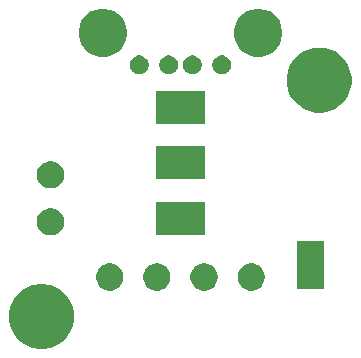
<source format=gbr>
G04 #@! TF.GenerationSoftware,KiCad,Pcbnew,(5.0.1)-3*
G04 #@! TF.CreationDate,2018-11-08T00:44:50+01:00*
G04 #@! TF.ProjectId,USB_switch,5553425F7377697463682E6B69636164,rev?*
G04 #@! TF.SameCoordinates,Original*
G04 #@! TF.FileFunction,Soldermask,Bot*
G04 #@! TF.FilePolarity,Negative*
%FSLAX46Y46*%
G04 Gerber Fmt 4.6, Leading zero omitted, Abs format (unit mm)*
G04 Created by KiCad (PCBNEW (5.0.1)-3) date 08-Nov-18 00:44:50*
%MOMM*%
%LPD*%
G01*
G04 APERTURE LIST*
%ADD10C,0.100000*%
G04 APERTURE END LIST*
D10*
G36*
X88786693Y-107301859D02*
X89052437Y-107354719D01*
X89553087Y-107562095D01*
X89780145Y-107713811D01*
X90003663Y-107863161D01*
X90386839Y-108246337D01*
X90386841Y-108246340D01*
X90687905Y-108696913D01*
X90895281Y-109197563D01*
X91001000Y-109729050D01*
X91001000Y-110270950D01*
X90895281Y-110802437D01*
X90687905Y-111303087D01*
X90388871Y-111750622D01*
X90386839Y-111753663D01*
X90003663Y-112136839D01*
X90003660Y-112136841D01*
X89553087Y-112437905D01*
X89052437Y-112645281D01*
X88786693Y-112698141D01*
X88520951Y-112751000D01*
X87979049Y-112751000D01*
X87713307Y-112698141D01*
X87447563Y-112645281D01*
X86946913Y-112437905D01*
X86496340Y-112136841D01*
X86496337Y-112136839D01*
X86113161Y-111753663D01*
X86111129Y-111750622D01*
X85812095Y-111303087D01*
X85604719Y-110802437D01*
X85499000Y-110270950D01*
X85499000Y-109729050D01*
X85604719Y-109197563D01*
X85812095Y-108696913D01*
X86113159Y-108246340D01*
X86113161Y-108246337D01*
X86496337Y-107863161D01*
X86719855Y-107713811D01*
X86946913Y-107562095D01*
X87447563Y-107354719D01*
X87713307Y-107301859D01*
X87979049Y-107249000D01*
X88520951Y-107249000D01*
X88786693Y-107301859D01*
X88786693Y-107301859D01*
G37*
G36*
X106335734Y-105556043D02*
X106545202Y-105642807D01*
X106733723Y-105768773D01*
X106894038Y-105929088D01*
X107020004Y-106117609D01*
X107106768Y-106327077D01*
X107151000Y-106549446D01*
X107151000Y-106776176D01*
X107106768Y-106998545D01*
X107020004Y-107208013D01*
X106894038Y-107396534D01*
X106733723Y-107556849D01*
X106545202Y-107682815D01*
X106335734Y-107769579D01*
X106113365Y-107813811D01*
X105886635Y-107813811D01*
X105664266Y-107769579D01*
X105454798Y-107682815D01*
X105266277Y-107556849D01*
X105105962Y-107396534D01*
X104979996Y-107208013D01*
X104893232Y-106998545D01*
X104849000Y-106776176D01*
X104849000Y-106549446D01*
X104893232Y-106327077D01*
X104979996Y-106117609D01*
X105105962Y-105929088D01*
X105266277Y-105768773D01*
X105454798Y-105642807D01*
X105664266Y-105556043D01*
X105886635Y-105511811D01*
X106113365Y-105511811D01*
X106335734Y-105556043D01*
X106335734Y-105556043D01*
G37*
G36*
X102335734Y-105556043D02*
X102545202Y-105642807D01*
X102733723Y-105768773D01*
X102894038Y-105929088D01*
X103020004Y-106117609D01*
X103106768Y-106327077D01*
X103151000Y-106549446D01*
X103151000Y-106776176D01*
X103106768Y-106998545D01*
X103020004Y-107208013D01*
X102894038Y-107396534D01*
X102733723Y-107556849D01*
X102545202Y-107682815D01*
X102335734Y-107769579D01*
X102113365Y-107813811D01*
X101886635Y-107813811D01*
X101664266Y-107769579D01*
X101454798Y-107682815D01*
X101266277Y-107556849D01*
X101105962Y-107396534D01*
X100979996Y-107208013D01*
X100893232Y-106998545D01*
X100849000Y-106776176D01*
X100849000Y-106549446D01*
X100893232Y-106327077D01*
X100979996Y-106117609D01*
X101105962Y-105929088D01*
X101266277Y-105768773D01*
X101454798Y-105642807D01*
X101664266Y-105556043D01*
X101886635Y-105511811D01*
X102113365Y-105511811D01*
X102335734Y-105556043D01*
X102335734Y-105556043D01*
G37*
G36*
X98335734Y-105556043D02*
X98545202Y-105642807D01*
X98733723Y-105768773D01*
X98894038Y-105929088D01*
X99020004Y-106117609D01*
X99106768Y-106327077D01*
X99151000Y-106549446D01*
X99151000Y-106776176D01*
X99106768Y-106998545D01*
X99020004Y-107208013D01*
X98894038Y-107396534D01*
X98733723Y-107556849D01*
X98545202Y-107682815D01*
X98335734Y-107769579D01*
X98113365Y-107813811D01*
X97886635Y-107813811D01*
X97664266Y-107769579D01*
X97454798Y-107682815D01*
X97266277Y-107556849D01*
X97105962Y-107396534D01*
X96979996Y-107208013D01*
X96893232Y-106998545D01*
X96849000Y-106776176D01*
X96849000Y-106549446D01*
X96893232Y-106327077D01*
X96979996Y-106117609D01*
X97105962Y-105929088D01*
X97266277Y-105768773D01*
X97454798Y-105642807D01*
X97664266Y-105556043D01*
X97886635Y-105511811D01*
X98113365Y-105511811D01*
X98335734Y-105556043D01*
X98335734Y-105556043D01*
G37*
G36*
X94335734Y-105556043D02*
X94545202Y-105642807D01*
X94733723Y-105768773D01*
X94894038Y-105929088D01*
X95020004Y-106117609D01*
X95106768Y-106327077D01*
X95151000Y-106549446D01*
X95151000Y-106776176D01*
X95106768Y-106998545D01*
X95020004Y-107208013D01*
X94894038Y-107396534D01*
X94733723Y-107556849D01*
X94545202Y-107682815D01*
X94335734Y-107769579D01*
X94113365Y-107813811D01*
X93886635Y-107813811D01*
X93664266Y-107769579D01*
X93454798Y-107682815D01*
X93266277Y-107556849D01*
X93105962Y-107396534D01*
X92979996Y-107208013D01*
X92893232Y-106998545D01*
X92849000Y-106776176D01*
X92849000Y-106549446D01*
X92893232Y-106327077D01*
X92979996Y-106117609D01*
X93105962Y-105929088D01*
X93266277Y-105768773D01*
X93454798Y-105642807D01*
X93664266Y-105556043D01*
X93886635Y-105511811D01*
X94113365Y-105511811D01*
X94335734Y-105556043D01*
X94335734Y-105556043D01*
G37*
G36*
X112151000Y-107713811D02*
X109849000Y-107713811D01*
X109849000Y-103611811D01*
X112151000Y-103611811D01*
X112151000Y-107713811D01*
X112151000Y-107713811D01*
G37*
G36*
X89335734Y-100893232D02*
X89545202Y-100979996D01*
X89733723Y-101105962D01*
X89894038Y-101266277D01*
X90020004Y-101454798D01*
X90106768Y-101664266D01*
X90151000Y-101886635D01*
X90151000Y-102113365D01*
X90106768Y-102335734D01*
X90020004Y-102545202D01*
X89894038Y-102733723D01*
X89733723Y-102894038D01*
X89545202Y-103020004D01*
X89335734Y-103106768D01*
X89113365Y-103151000D01*
X88886635Y-103151000D01*
X88664266Y-103106768D01*
X88454798Y-103020004D01*
X88266277Y-102894038D01*
X88105962Y-102733723D01*
X87979996Y-102545202D01*
X87893232Y-102335734D01*
X87849000Y-102113365D01*
X87849000Y-101886635D01*
X87893232Y-101664266D01*
X87979996Y-101454798D01*
X88105962Y-101266277D01*
X88266277Y-101105962D01*
X88454798Y-100979996D01*
X88664266Y-100893232D01*
X88886635Y-100849000D01*
X89113365Y-100849000D01*
X89335734Y-100893232D01*
X89335734Y-100893232D01*
G37*
G36*
X102051000Y-103101000D02*
X97949000Y-103101000D01*
X97949000Y-100299000D01*
X102051000Y-100299000D01*
X102051000Y-103101000D01*
X102051000Y-103101000D01*
G37*
G36*
X89335734Y-96893232D02*
X89545202Y-96979996D01*
X89733723Y-97105962D01*
X89894038Y-97266277D01*
X90020004Y-97454798D01*
X90106768Y-97664266D01*
X90151000Y-97886635D01*
X90151000Y-98113365D01*
X90106768Y-98335734D01*
X90020004Y-98545202D01*
X89894038Y-98733723D01*
X89733723Y-98894038D01*
X89545202Y-99020004D01*
X89335734Y-99106768D01*
X89113365Y-99151000D01*
X88886635Y-99151000D01*
X88664266Y-99106768D01*
X88454798Y-99020004D01*
X88266277Y-98894038D01*
X88105962Y-98733723D01*
X87979996Y-98545202D01*
X87893232Y-98335734D01*
X87849000Y-98113365D01*
X87849000Y-97886635D01*
X87893232Y-97664266D01*
X87979996Y-97454798D01*
X88105962Y-97266277D01*
X88266277Y-97105962D01*
X88454798Y-96979996D01*
X88664266Y-96893232D01*
X88886635Y-96849000D01*
X89113365Y-96849000D01*
X89335734Y-96893232D01*
X89335734Y-96893232D01*
G37*
G36*
X102051000Y-98401000D02*
X97949000Y-98401000D01*
X97949000Y-95599000D01*
X102051000Y-95599000D01*
X102051000Y-98401000D01*
X102051000Y-98401000D01*
G37*
G36*
X102051000Y-93701000D02*
X97949000Y-93701000D01*
X97949000Y-90899000D01*
X102051000Y-90899000D01*
X102051000Y-93701000D01*
X102051000Y-93701000D01*
G37*
G36*
X112286694Y-87301860D02*
X112552437Y-87354719D01*
X113053087Y-87562095D01*
X113435434Y-87817572D01*
X113503663Y-87863161D01*
X113886839Y-88246337D01*
X113886841Y-88246340D01*
X114187905Y-88696913D01*
X114395281Y-89197563D01*
X114501000Y-89729050D01*
X114501000Y-90270950D01*
X114395281Y-90802437D01*
X114187905Y-91303087D01*
X113888871Y-91750622D01*
X113886839Y-91753663D01*
X113503663Y-92136839D01*
X113503660Y-92136841D01*
X113053087Y-92437905D01*
X112552437Y-92645281D01*
X112286693Y-92698141D01*
X112020951Y-92751000D01*
X111479049Y-92751000D01*
X111213306Y-92698140D01*
X110947563Y-92645281D01*
X110446913Y-92437905D01*
X109996340Y-92136841D01*
X109996337Y-92136839D01*
X109613161Y-91753663D01*
X109611129Y-91750622D01*
X109312095Y-91303087D01*
X109104719Y-90802437D01*
X108999000Y-90270950D01*
X108999000Y-89729050D01*
X109104719Y-89197563D01*
X109312095Y-88696913D01*
X109613159Y-88246340D01*
X109613161Y-88246337D01*
X109996337Y-87863161D01*
X110064566Y-87817572D01*
X110446913Y-87562095D01*
X110947563Y-87354719D01*
X111213306Y-87301860D01*
X111479049Y-87249000D01*
X112020951Y-87249000D01*
X112286694Y-87301860D01*
X112286694Y-87301860D01*
G37*
G36*
X96733643Y-87939781D02*
X96879415Y-88000162D01*
X97010611Y-88087824D01*
X97122176Y-88199389D01*
X97209838Y-88330585D01*
X97270219Y-88476357D01*
X97301000Y-88631107D01*
X97301000Y-88788893D01*
X97270219Y-88943643D01*
X97209838Y-89089415D01*
X97122176Y-89220611D01*
X97010611Y-89332176D01*
X96879415Y-89419838D01*
X96733643Y-89480219D01*
X96578893Y-89511000D01*
X96421107Y-89511000D01*
X96266357Y-89480219D01*
X96120585Y-89419838D01*
X95989389Y-89332176D01*
X95877824Y-89220611D01*
X95790162Y-89089415D01*
X95729781Y-88943643D01*
X95699000Y-88788893D01*
X95699000Y-88631107D01*
X95729781Y-88476357D01*
X95790162Y-88330585D01*
X95877824Y-88199389D01*
X95989389Y-88087824D01*
X96120585Y-88000162D01*
X96266357Y-87939781D01*
X96421107Y-87909000D01*
X96578893Y-87909000D01*
X96733643Y-87939781D01*
X96733643Y-87939781D01*
G37*
G36*
X103733643Y-87939781D02*
X103879415Y-88000162D01*
X104010611Y-88087824D01*
X104122176Y-88199389D01*
X104209838Y-88330585D01*
X104270219Y-88476357D01*
X104301000Y-88631107D01*
X104301000Y-88788893D01*
X104270219Y-88943643D01*
X104209838Y-89089415D01*
X104122176Y-89220611D01*
X104010611Y-89332176D01*
X103879415Y-89419838D01*
X103733643Y-89480219D01*
X103578893Y-89511000D01*
X103421107Y-89511000D01*
X103266357Y-89480219D01*
X103120585Y-89419838D01*
X102989389Y-89332176D01*
X102877824Y-89220611D01*
X102790162Y-89089415D01*
X102729781Y-88943643D01*
X102699000Y-88788893D01*
X102699000Y-88631107D01*
X102729781Y-88476357D01*
X102790162Y-88330585D01*
X102877824Y-88199389D01*
X102989389Y-88087824D01*
X103120585Y-88000162D01*
X103266357Y-87939781D01*
X103421107Y-87909000D01*
X103578893Y-87909000D01*
X103733643Y-87939781D01*
X103733643Y-87939781D01*
G37*
G36*
X99233643Y-87939781D02*
X99379415Y-88000162D01*
X99510611Y-88087824D01*
X99622176Y-88199389D01*
X99709838Y-88330585D01*
X99770219Y-88476357D01*
X99801000Y-88631107D01*
X99801000Y-88788893D01*
X99770219Y-88943643D01*
X99709838Y-89089415D01*
X99622176Y-89220611D01*
X99510611Y-89332176D01*
X99379415Y-89419838D01*
X99233643Y-89480219D01*
X99078893Y-89511000D01*
X98921107Y-89511000D01*
X98766357Y-89480219D01*
X98620585Y-89419838D01*
X98489389Y-89332176D01*
X98377824Y-89220611D01*
X98290162Y-89089415D01*
X98229781Y-88943643D01*
X98199000Y-88788893D01*
X98199000Y-88631107D01*
X98229781Y-88476357D01*
X98290162Y-88330585D01*
X98377824Y-88199389D01*
X98489389Y-88087824D01*
X98620585Y-88000162D01*
X98766357Y-87939781D01*
X98921107Y-87909000D01*
X99078893Y-87909000D01*
X99233643Y-87939781D01*
X99233643Y-87939781D01*
G37*
G36*
X101233643Y-87939781D02*
X101379415Y-88000162D01*
X101510611Y-88087824D01*
X101622176Y-88199389D01*
X101709838Y-88330585D01*
X101770219Y-88476357D01*
X101801000Y-88631107D01*
X101801000Y-88788893D01*
X101770219Y-88943643D01*
X101709838Y-89089415D01*
X101622176Y-89220611D01*
X101510611Y-89332176D01*
X101379415Y-89419838D01*
X101233643Y-89480219D01*
X101078893Y-89511000D01*
X100921107Y-89511000D01*
X100766357Y-89480219D01*
X100620585Y-89419838D01*
X100489389Y-89332176D01*
X100377824Y-89220611D01*
X100290162Y-89089415D01*
X100229781Y-88943643D01*
X100199000Y-88788893D01*
X100199000Y-88631107D01*
X100229781Y-88476357D01*
X100290162Y-88330585D01*
X100377824Y-88199389D01*
X100489389Y-88087824D01*
X100620585Y-88000162D01*
X100766357Y-87939781D01*
X100921107Y-87909000D01*
X101078893Y-87909000D01*
X101233643Y-87939781D01*
X101233643Y-87939781D01*
G37*
G36*
X107168252Y-84027818D02*
X107168254Y-84027819D01*
X107168255Y-84027819D01*
X107541513Y-84182427D01*
X107541514Y-84182428D01*
X107877439Y-84406886D01*
X108163114Y-84692561D01*
X108163116Y-84692564D01*
X108387573Y-85028487D01*
X108542181Y-85401745D01*
X108621000Y-85797994D01*
X108621000Y-86202006D01*
X108542181Y-86598255D01*
X108387573Y-86971513D01*
X108387572Y-86971514D01*
X108163114Y-87307439D01*
X107877439Y-87593114D01*
X107877436Y-87593116D01*
X107541513Y-87817573D01*
X107168255Y-87972181D01*
X107168254Y-87972181D01*
X107168252Y-87972182D01*
X106772007Y-88051000D01*
X106367993Y-88051000D01*
X105971748Y-87972182D01*
X105971746Y-87972181D01*
X105971745Y-87972181D01*
X105598487Y-87817573D01*
X105262564Y-87593116D01*
X105262561Y-87593114D01*
X104976886Y-87307439D01*
X104752428Y-86971514D01*
X104752427Y-86971513D01*
X104597819Y-86598255D01*
X104519000Y-86202006D01*
X104519000Y-85797994D01*
X104597819Y-85401745D01*
X104752427Y-85028487D01*
X104976884Y-84692564D01*
X104976886Y-84692561D01*
X105262561Y-84406886D01*
X105598486Y-84182428D01*
X105598487Y-84182427D01*
X105971745Y-84027819D01*
X105971746Y-84027819D01*
X105971748Y-84027818D01*
X106367993Y-83949000D01*
X106772007Y-83949000D01*
X107168252Y-84027818D01*
X107168252Y-84027818D01*
G37*
G36*
X94028252Y-84027818D02*
X94028254Y-84027819D01*
X94028255Y-84027819D01*
X94401513Y-84182427D01*
X94401514Y-84182428D01*
X94737439Y-84406886D01*
X95023114Y-84692561D01*
X95023116Y-84692564D01*
X95247573Y-85028487D01*
X95402181Y-85401745D01*
X95481000Y-85797994D01*
X95481000Y-86202006D01*
X95402181Y-86598255D01*
X95247573Y-86971513D01*
X95247572Y-86971514D01*
X95023114Y-87307439D01*
X94737439Y-87593114D01*
X94737436Y-87593116D01*
X94401513Y-87817573D01*
X94028255Y-87972181D01*
X94028254Y-87972181D01*
X94028252Y-87972182D01*
X93632007Y-88051000D01*
X93227993Y-88051000D01*
X92831748Y-87972182D01*
X92831746Y-87972181D01*
X92831745Y-87972181D01*
X92458487Y-87817573D01*
X92122564Y-87593116D01*
X92122561Y-87593114D01*
X91836886Y-87307439D01*
X91612428Y-86971514D01*
X91612427Y-86971513D01*
X91457819Y-86598255D01*
X91379000Y-86202006D01*
X91379000Y-85797994D01*
X91457819Y-85401745D01*
X91612427Y-85028487D01*
X91836884Y-84692564D01*
X91836886Y-84692561D01*
X92122561Y-84406886D01*
X92458486Y-84182428D01*
X92458487Y-84182427D01*
X92831745Y-84027819D01*
X92831746Y-84027819D01*
X92831748Y-84027818D01*
X93227993Y-83949000D01*
X93632007Y-83949000D01*
X94028252Y-84027818D01*
X94028252Y-84027818D01*
G37*
M02*

</source>
